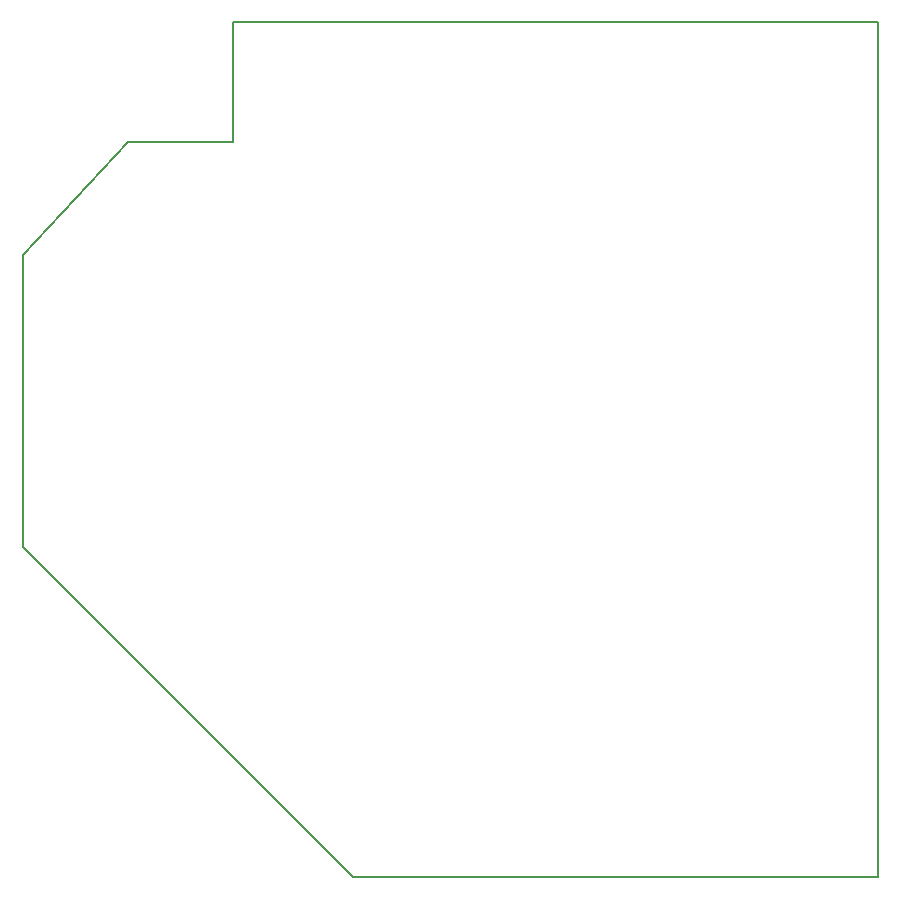
<source format=gbr>
G04 #@! TF.GenerationSoftware,KiCad,Pcbnew,(5.0.1)-4*
G04 #@! TF.CreationDate,2019-02-10T23:31:26-08:00*
G04 #@! TF.ProjectId,ThrottleControl,5468726F74746C65436F6E74726F6C2E,rev?*
G04 #@! TF.SameCoordinates,Original*
G04 #@! TF.FileFunction,Profile,NP*
%FSLAX46Y46*%
G04 Gerber Fmt 4.6, Leading zero omitted, Abs format (unit mm)*
G04 Created by KiCad (PCBNEW (5.0.1)-4) date 2/10/2019 11:31:26 PM*
%MOMM*%
%LPD*%
G01*
G04 APERTURE LIST*
%ADD10C,0.200000*%
G04 APERTURE END LIST*
D10*
X178435000Y-117475000D02*
X178435000Y-45085000D01*
X133985000Y-117475000D02*
X178435000Y-117475000D01*
X106045000Y-89535000D02*
X133985000Y-117475000D01*
X106045000Y-64770000D02*
X106045000Y-89535000D01*
X114935000Y-55245000D02*
X106045000Y-64770000D01*
X123825000Y-55245000D02*
X114935000Y-55245000D01*
X123825000Y-45085000D02*
X123825000Y-55245000D01*
X178435000Y-45085000D02*
X123825000Y-45085000D01*
M02*

</source>
